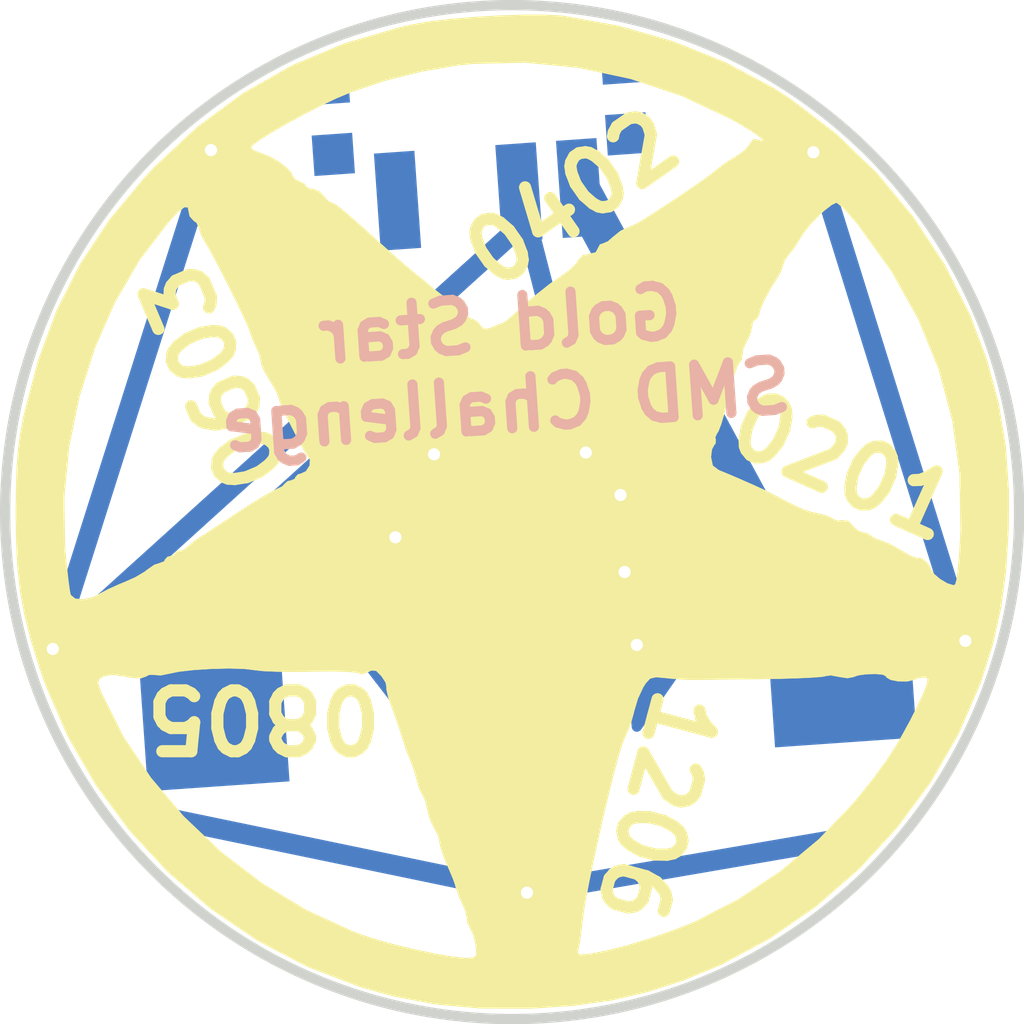
<source format=kicad_pcb>
(kicad_pcb (version 20171130) (host pcbnew "(5.1.2)-1")

  (general
    (thickness 1.6)
    (drawings 12)
    (tracks 62)
    (zones 0)
    (modules 16)
    (nets 14)
  )

  (page A4)
  (layers
    (0 F.Cu signal)
    (31 B.Cu signal)
    (32 B.Adhes user)
    (33 F.Adhes user)
    (34 B.Paste user)
    (35 F.Paste user)
    (36 B.SilkS user)
    (37 F.SilkS user)
    (38 B.Mask user)
    (39 F.Mask user)
    (40 Dwgs.User user)
    (41 Cmts.User user)
    (42 Eco1.User user)
    (43 Eco2.User user)
    (44 Edge.Cuts user)
    (45 Margin user)
    (46 B.CrtYd user)
    (47 F.CrtYd user)
    (48 B.Fab user)
    (49 F.Fab user)
  )

  (setup
    (last_trace_width 0.25)
    (user_trace_width 0.5)
    (trace_clearance 0.2)
    (zone_clearance 0.508)
    (zone_45_only no)
    (trace_min 0.2)
    (via_size 0.8)
    (via_drill 0.4)
    (via_min_size 0.4)
    (via_min_drill 0.3)
    (user_via 0.4 0.3)
    (uvia_size 0.3)
    (uvia_drill 0.1)
    (uvias_allowed no)
    (uvia_min_size 0.2)
    (uvia_min_drill 0.1)
    (edge_width 0.05)
    (segment_width 0.2)
    (pcb_text_width 0.3)
    (pcb_text_size 1.5 1.5)
    (mod_edge_width 0.12)
    (mod_text_size 1 1)
    (mod_text_width 0.15)
    (pad_size 3.5 3.5)
    (pad_drill 0)
    (pad_to_mask_clearance 0.051)
    (solder_mask_min_width 0.25)
    (aux_axis_origin 0 0)
    (visible_elements 7FFFFF7F)
    (pcbplotparams
      (layerselection 0x010fc_ffffffff)
      (usegerberextensions false)
      (usegerberattributes false)
      (usegerberadvancedattributes false)
      (creategerberjobfile false)
      (excludeedgelayer true)
      (linewidth 0.100000)
      (plotframeref false)
      (viasonmask false)
      (mode 1)
      (useauxorigin false)
      (hpglpennumber 1)
      (hpglpenspeed 20)
      (hpglpendiameter 15.000000)
      (psnegative false)
      (psa4output false)
      (plotreference true)
      (plotvalue true)
      (plotinvisibletext false)
      (padsonsilk false)
      (subtractmaskfromsilk false)
      (outputformat 1)
      (mirror false)
      (drillshape 0)
      (scaleselection 1)
      (outputdirectory "gerber/"))
  )

  (net 0 "")
  (net 1 GND)
  (net 2 +3V0)
  (net 3 "Net-(U1-Pad6)")
  (net 4 "Net-(LED201-Pad1)")
  (net 5 "Net-(LED402-Pad1)")
  (net 6 "Net-(LED603-Pad1)")
  (net 7 "Net-(LED805-Pad1)")
  (net 8 "Net-(LED1206-Pad1)")
  (net 9 /V+)
  (net 10 /PB0)
  (net 11 /PB1)
  (net 12 /PB2)
  (net 13 "Net-(POW1-Pad1)")

  (net_class Default "This is the default net class."
    (clearance 0.2)
    (trace_width 0.25)
    (via_dia 0.8)
    (via_drill 0.4)
    (uvia_dia 0.3)
    (uvia_drill 0.1)
    (add_net +3V0)
    (add_net /PB0)
    (add_net /PB1)
    (add_net /PB2)
    (add_net /V+)
    (add_net GND)
    (add_net "Net-(LED1206-Pad1)")
    (add_net "Net-(LED201-Pad1)")
    (add_net "Net-(LED402-Pad1)")
    (add_net "Net-(LED603-Pad1)")
    (add_net "Net-(LED805-Pad1)")
    (add_net "Net-(POW1-Pad1)")
    (add_net "Net-(U1-Pad6)")
  )

  (module "BBS Components:C_0402_HandSoldering" (layer F.Cu) (tedit 5D61BA0D) (tstamp 5D61B86B)
    (at 81 67.8 182)
    (descr "Capacitor SMD 0402, reflow soldering, AVX (see smccp.pdf)")
    (tags "capacitor 0402")
    (path /5D6635E5)
    (attr smd)
    (fp_text reference C1 (at 0 -1.27 2) (layer F.SilkS)
      (effects (font (size 1 1) (thickness 0.15)))
    )
    (fp_text value C (at 0 1.27 2) (layer F.Fab)
      (effects (font (size 1 1) (thickness 0.15)))
    )
    (fp_text user %R (at 0 -1.27 2) (layer F.Fab)
      (effects (font (size 1 1) (thickness 0.15)))
    )
    (fp_line (start -0.5 0.25) (end -0.5 -0.25) (layer F.Fab) (width 0.1))
    (fp_line (start 0.5 0.25) (end -0.5 0.25) (layer F.Fab) (width 0.1))
    (fp_line (start 0.5 -0.25) (end 0.5 0.25) (layer F.Fab) (width 0.1))
    (fp_line (start -0.5 -0.25) (end 0.5 -0.25) (layer F.Fab) (width 0.1))
    (fp_line (start -1.5 -0.4) (end 1.5 -0.4) (layer F.CrtYd) (width 0.05))
    (fp_line (start -1.5 -0.4) (end -1.5 0.4) (layer F.CrtYd) (width 0.05))
    (fp_line (start 1.5 0.4) (end 1.5 -0.4) (layer F.CrtYd) (width 0.05))
    (fp_line (start 1.5 0.4) (end -1.5 0.4) (layer F.CrtYd) (width 0.05))
    (pad 1 smd rect (at -0.8 0 182) (size 1.2 0.5) (layers F.Cu F.Paste F.Mask)
      (net 9 /V+))
    (pad 2 smd rect (at 0.8 0 182) (size 1.2 0.5) (layers F.Cu F.Paste F.Mask)
      (net 1 GND))
    (model Capacitors_SMD.3dshapes/C_0402.wrl
      (at (xyz 0 0 0))
      (scale (xyz 1 1 1))
      (rotate (xyz 0 0 0))
    )
  )

  (module TO_SOT_Packages_SMD:SOT-23-6_Handsoldering (layer F.Cu) (tedit 58CE4E7E) (tstamp 5D602061)
    (at 81.1 70.2 2)
    (descr "6-pin SOT-23 package, Handsoldering")
    (tags "SOT-23-6 Handsoldering")
    (path /5D602555)
    (attr smd)
    (fp_text reference U1 (at 0 -2.9 2) (layer F.SilkS)
      (effects (font (size 1 1) (thickness 0.15)))
    )
    (fp_text value ATtiny10-TS (at 0 2.9 2) (layer F.Fab)
      (effects (font (size 1 1) (thickness 0.15)))
    )
    (fp_text user %R (at 0 0 92) (layer F.Fab)
      (effects (font (size 0.5 0.5) (thickness 0.075)))
    )
    (fp_line (start -0.9 1.61) (end 0.9 1.61) (layer F.SilkS) (width 0.12))
    (fp_line (start 0.9 -1.61) (end -2.05 -1.61) (layer F.SilkS) (width 0.12))
    (fp_line (start -2.4 1.8) (end -2.4 -1.8) (layer F.CrtYd) (width 0.05))
    (fp_line (start 2.4 1.8) (end -2.4 1.8) (layer F.CrtYd) (width 0.05))
    (fp_line (start 2.4 -1.8) (end 2.4 1.8) (layer F.CrtYd) (width 0.05))
    (fp_line (start -2.4 -1.8) (end 2.4 -1.8) (layer F.CrtYd) (width 0.05))
    (fp_line (start -0.9 -0.9) (end -0.25 -1.55) (layer F.Fab) (width 0.1))
    (fp_line (start 0.9 -1.55) (end -0.25 -1.55) (layer F.Fab) (width 0.1))
    (fp_line (start -0.9 -0.9) (end -0.9 1.55) (layer F.Fab) (width 0.1))
    (fp_line (start 0.9 1.55) (end -0.9 1.55) (layer F.Fab) (width 0.1))
    (fp_line (start 0.9 -1.55) (end 0.9 1.55) (layer F.Fab) (width 0.1))
    (pad 1 smd rect (at -1.35 -0.95 2) (size 1.56 0.65) (layers F.Cu F.Paste F.Mask)
      (net 10 /PB0))
    (pad 2 smd rect (at -1.35 0 2) (size 1.56 0.65) (layers F.Cu F.Paste F.Mask)
      (net 1 GND))
    (pad 3 smd rect (at -1.35 0.95 2) (size 1.56 0.65) (layers F.Cu F.Paste F.Mask)
      (net 11 /PB1))
    (pad 4 smd rect (at 1.35 0.95 2) (size 1.56 0.65) (layers F.Cu F.Paste F.Mask)
      (net 12 /PB2))
    (pad 6 smd rect (at 1.35 -0.95 2) (size 1.56 0.65) (layers F.Cu F.Paste F.Mask)
      (net 3 "Net-(U1-Pad6)"))
    (pad 5 smd rect (at 1.35 0 2) (size 1.56 0.65) (layers F.Cu F.Paste F.Mask)
      (net 9 /V+))
    (model ${KISYS3DMOD}/TO_SOT_Packages_SMD.3dshapes/SOT-23-6.wrl
      (at (xyz 0 0 0))
      (scale (xyz 1 1 1))
      (rotate (xyz 0 0 0))
    )
  )

  (module "BBS Components:Pin_Back_Clasp_0_75in_20mm_Courtyard" (layer B.Cu) (tedit 5D5F65D0) (tstamp 5D5FA016)
    (at 80.9 66 4)
    (fp_text reference REF** (at 0 3.5 4) (layer B.SilkS) hide
      (effects (font (size 1 1) (thickness 0.15)) (justify mirror))
    )
    (fp_text value Pin_Back_Clasp_0_75in_20mm_Courtyard (at 0 -3.5 4) (layer B.Fab) hide
      (effects (font (size 1 1) (thickness 0.15)) (justify mirror))
    )
    (fp_line (start -10 -2.5) (end -10 2.5) (layer B.CrtYd) (width 0.12))
    (fp_line (start 10 -2.5) (end -10 -2.5) (layer B.CrtYd) (width 0.12))
    (fp_line (start 10 2.5) (end 10 -2.5) (layer B.CrtYd) (width 0.12))
    (fp_line (start -10 2.5) (end 10 2.5) (layer B.CrtYd) (width 0.12))
  )

  (module "BBS Components:R_1206_HandSoldering" (layer F.Cu) (tedit 5D5F5D9E) (tstamp 5D5ECCC0)
    (at 81.148903 74.412819 178.7)
    (descr "Resistor SMD 1206, hand soldering")
    (tags "resistor 1206")
    (path /5D530DE8)
    (attr smd)
    (fp_text reference R1206 (at 0 -1.85 358.7) (layer F.SilkS) hide
      (effects (font (size 1 1) (thickness 0.15)))
    )
    (fp_text value R_Small (at 0 1.9 358.7) (layer F.Fab)
      (effects (font (size 1 1) (thickness 0.15)))
    )
    (fp_line (start 2.7 1.1) (end -2.7 1.1) (layer F.CrtYd) (width 0.05))
    (fp_line (start 2.7 1.11) (end 2.7 -1.1) (layer F.CrtYd) (width 0.05))
    (fp_line (start -2.7 -1.11) (end -2.7 1.1) (layer F.CrtYd) (width 0.05))
    (fp_line (start -2.7 -1.11) (end 2.7 -1.11) (layer F.CrtYd) (width 0.05))
    (fp_line (start -1.6 -0.8) (end 1.6 -0.8) (layer F.Fab) (width 0.1))
    (fp_line (start 1.6 -0.8) (end 1.6 0.8) (layer F.Fab) (width 0.1))
    (fp_line (start 1.6 0.8) (end -1.6 0.8) (layer F.Fab) (width 0.1))
    (fp_line (start -1.6 0.8) (end -1.6 -0.8) (layer F.Fab) (width 0.1))
    (fp_text user %R (at 0 0 358.7) (layer F.Fab)
      (effects (font (size 0.7 0.7) (thickness 0.105)))
    )
    (pad 2 smd rect (at 1.8 0 178.7) (size 1.7 1.7) (layers F.Cu F.Paste F.Mask)
      (net 12 /PB2))
    (pad 1 smd rect (at -1.8 0 178.7) (size 1.7 1.7) (layers F.Cu F.Paste F.Mask)
      (net 8 "Net-(LED1206-Pad1)"))
    (model ${KISYS3DMOD}/Resistors_SMD.3dshapes/R_1206.wrl
      (at (xyz 0 0 0))
      (scale (xyz 1 1 1))
      (rotate (xyz 0 0 0))
    )
  )

  (module "BBS Components:LED_1206_HandSoldering" (layer F.Cu) (tedit 5D5F567F) (tstamp 5D5ECC99)
    (at 81.4 78.952398 273)
    (descr "LED SMD 1206 (3216 Metric), square (rectangular) end terminal, IPC_7351 nominal, (Body size source: http://www.tortai-tech.com/upload/download/2011102023233369053.pdf), generated with kicad-footprint-generator")
    (tags "LED handsolder")
    (path /5D521C17)
    (attr smd)
    (fp_text reference LED1206 (at 0 -1.82 93) (layer F.SilkS) hide
      (effects (font (size 1 1) (thickness 0.15)))
    )
    (fp_text value LED (at 0 1.82 93) (layer F.Fab)
      (effects (font (size 1 1) (thickness 0.15)))
    )
    (fp_line (start 1.6 -0.8) (end -1.2 -0.8) (layer F.Fab) (width 0.1))
    (fp_line (start -1.2 -0.8) (end -1.6 -0.4) (layer F.Fab) (width 0.1))
    (fp_line (start -1.6 -0.4) (end -1.6 0.8) (layer F.Fab) (width 0.1))
    (fp_line (start -1.6 0.8) (end 1.6 0.8) (layer F.Fab) (width 0.1))
    (fp_line (start 1.6 0.8) (end 1.6 -0.8) (layer F.Fab) (width 0.1))
    (fp_line (start -2.75 1.12) (end -2.75 -1.12) (layer F.CrtYd) (width 0.05))
    (fp_line (start -2.75 -1.12) (end 2.75 -1.12) (layer F.CrtYd) (width 0.05))
    (fp_line (start 2.75 -1.12) (end 2.75 1.12) (layer F.CrtYd) (width 0.05))
    (fp_line (start 2.75 1.12) (end -2.75 1.12) (layer F.CrtYd) (width 0.05))
    (fp_text user %R (at 0 0 93) (layer F.Fab)
      (effects (font (size 0.8 0.8) (thickness 0.12)))
    )
    (pad 1 smd rect (at -1.75 0 273) (size 1.75 1.75) (layers F.Cu F.Paste F.Mask)
      (net 8 "Net-(LED1206-Pad1)"))
    (pad 2 smd rect (at 1.75 0 273) (size 1.75 1.75) (layers F.Cu F.Paste F.Mask)
      (net 9 /V+))
    (model ${KISYS3DMOD}/LED_SMD.3dshapes/LED_1206_3216Metric.wrl
      (at (xyz 0 0 0))
      (scale (xyz 1 1 1))
      (rotate (xyz 0 0 0))
    )
  )

  (module "BBS Components:LED_0805_HandSoldering" (layer F.Cu) (tedit 5D5F56E9) (tstamp 5D5ECC86)
    (at 72.3 72.3 195)
    (descr "LED SMD 0805 (2012 Metric), square (rectangular) end terminal, IPC_7351 nominal, (Body size source: https://docs.google.com/spreadsheets/d/1BsfQQcO9C6DZCsRaXUlFlo91Tg2WpOkGARC1WS5S8t0/edit?usp=sharing), generated with kicad-footprint-generator")
    (tags "LED handsolder")
    (path /5D5EF5D3)
    (attr smd)
    (fp_text reference LED805 (at 0.000001 -1.65 15) (layer F.SilkS) hide
      (effects (font (size 1 1) (thickness 0.15)))
    )
    (fp_text value LED (at 0 1.65 15) (layer F.Fab)
      (effects (font (size 1 1) (thickness 0.15)))
    )
    (fp_line (start 1 -0.6) (end -0.7 -0.6) (layer F.Fab) (width 0.1))
    (fp_line (start -0.7 -0.6) (end -1 -0.3) (layer F.Fab) (width 0.1))
    (fp_line (start -1 -0.3) (end -1 0.6) (layer F.Fab) (width 0.1))
    (fp_line (start -1 0.6) (end 1 0.6) (layer F.Fab) (width 0.1))
    (fp_line (start 1 0.6) (end 1 -0.6) (layer F.Fab) (width 0.1))
    (fp_line (start -2.25 0.95) (end -2.25 -0.95) (layer F.CrtYd) (width 0.05))
    (fp_line (start -2.25 -0.95) (end 2.25 -0.95) (layer F.CrtYd) (width 0.05))
    (fp_line (start 2.25 -0.95) (end 2.25 0.95) (layer F.CrtYd) (width 0.05))
    (fp_line (start 2.25 0.95) (end -2.25 0.95) (layer F.CrtYd) (width 0.05))
    (fp_text user %R (at 0 0 15) (layer F.Fab)
      (effects (font (size 0.5 0.5) (thickness 0.08)))
    )
    (pad 1 smd rect (at -1.25 0 195) (size 1.75 1.4) (layers F.Cu F.Paste F.Mask)
      (net 7 "Net-(LED805-Pad1)"))
    (pad 2 smd rect (at 1.25 0 195) (size 1.75 1.4) (layers F.Cu F.Paste F.Mask)
      (net 9 /V+))
    (model ${KISYS3DMOD}/LED_SMD.3dshapes/LED_0805_2012Metric.wrl
      (at (xyz 0 0 0))
      (scale (xyz 1 1 1))
      (rotate (xyz 0 0 0))
    )
  )

  (module "BBS Components:LED_0603_HandSoldering" (layer F.Cu) (tedit 5D5F573A) (tstamp 5D5ECC73)
    (at 75.2 62.6 127)
    (descr "LED SMD 0603 (1608 Metric), square (rectangular) end terminal, IPC_7351 nominal, (Body size source: http://www.tortai-tech.com/upload/download/2011102023233369053.pdf), generated with kicad-footprint-generator")
    (tags "LED handsolder")
    (path /5D5F036D)
    (attr smd)
    (fp_text reference LED603 (at 0.000001 -1.43 127) (layer F.SilkS) hide
      (effects (font (size 1 1) (thickness 0.15)))
    )
    (fp_text value LED (at 0 1.43 127) (layer F.Fab)
      (effects (font (size 1 1) (thickness 0.15)))
    )
    (fp_line (start 0.8 -0.4) (end -0.5 -0.4) (layer F.Fab) (width 0.1))
    (fp_line (start -0.5 -0.4) (end -0.8 -0.1) (layer F.Fab) (width 0.1))
    (fp_line (start -0.8 -0.1) (end -0.8 0.4) (layer F.Fab) (width 0.1))
    (fp_line (start -0.8 0.4) (end 0.8 0.4) (layer F.Fab) (width 0.1))
    (fp_line (start 0.8 0.4) (end 0.8 -0.4) (layer F.Fab) (width 0.1))
    (fp_line (start -1.65 0.73) (end -1.65 -0.73) (layer F.CrtYd) (width 0.05))
    (fp_line (start -1.65 -0.73) (end 1.65 -0.73) (layer F.CrtYd) (width 0.05))
    (fp_line (start 1.65 -0.73) (end 1.65 0.73) (layer F.CrtYd) (width 0.05))
    (fp_line (start 1.65 0.73) (end -1.65 0.73) (layer F.CrtYd) (width 0.05))
    (fp_text user %R (at 0 0 127) (layer F.Fab)
      (effects (font (size 0.4 0.4) (thickness 0.06)))
    )
    (pad 1 smd rect (at -1 0 127) (size 1.25 0.95) (layers F.Cu F.Paste F.Mask)
      (net 6 "Net-(LED603-Pad1)"))
    (pad 2 smd rect (at 1 0 127) (size 1.25 0.95) (layers F.Cu F.Paste F.Mask)
      (net 9 /V+))
    (model ${KISYS3DMOD}/LED_SMD.3dshapes/LED_0603_1608Metric.wrl
      (at (xyz 0 0 0))
      (scale (xyz 1 1 1))
      (rotate (xyz 0 0 0))
    )
  )

  (module "BBS Components:LED_0402_HandSoldering" (layer F.Cu) (tedit 5D5F5856) (tstamp 5D5ECC60)
    (at 86.9 62.5 48)
    (descr "LED SMD 0402 (1005 Metric), square (rectangular) end terminal, IPC_7351 nominal, (Body size source: http://www.tortai-tech.com/upload/download/2011102023233369053.pdf), generated with kicad-footprint-generator")
    (tags LED)
    (path /5D5F0DC0)
    (attr smd)
    (fp_text reference LED402 (at 0 -1.17 48) (layer F.SilkS) hide
      (effects (font (size 1 1) (thickness 0.15)))
    )
    (fp_text value LED (at 0 1.17 48) (layer F.Fab)
      (effects (font (size 1 1) (thickness 0.15)))
    )
    (fp_line (start -0.5 0.25) (end -0.5 -0.25) (layer F.Fab) (width 0.1))
    (fp_line (start -0.5 -0.25) (end 0.5 -0.25) (layer F.Fab) (width 0.1))
    (fp_line (start 0.5 -0.25) (end 0.5 0.25) (layer F.Fab) (width 0.1))
    (fp_line (start 0.5 0.25) (end -0.5 0.25) (layer F.Fab) (width 0.1))
    (fp_line (start -0.4 0.25) (end -0.4 -0.25) (layer F.Fab) (width 0.1))
    (fp_line (start -0.3 0.25) (end -0.3 -0.25) (layer F.Fab) (width 0.1))
    (fp_line (start -1.4 0.47) (end -1.4 -0.47) (layer F.CrtYd) (width 0.05))
    (fp_line (start -1.4 -0.47) (end 1.4 -0.47) (layer F.CrtYd) (width 0.05))
    (fp_line (start 1.4 -0.47) (end 1.4 0.47) (layer F.CrtYd) (width 0.05))
    (fp_line (start 1.4 0.47) (end -1.4 0.47) (layer F.CrtYd) (width 0.05))
    (fp_text user %R (at 0 0 48) (layer F.Fab)
      (effects (font (size 0.25 0.25) (thickness 0.04)))
    )
    (pad 1 smd rect (at -0.8 0 48) (size 1.1 0.64) (layers F.Cu F.Paste F.Mask)
      (net 5 "Net-(LED402-Pad1)"))
    (pad 2 smd rect (at 0.8 0 48) (size 1.1 0.64) (layers F.Cu F.Paste F.Mask)
      (net 9 /V+))
    (model ${KISYS3DMOD}/LED_SMD.3dshapes/LED_0402_1005Metric.wrl
      (at (xyz 0 0 0))
      (scale (xyz 1 1 1))
      (rotate (xyz 0 0 0))
    )
  )

  (module "BBS Components:LED_0201_HandSoldering" (layer F.Cu) (tedit 5D5F57FA) (tstamp 5D5ECC4D)
    (at 89.9 72.1 343)
    (descr "LED SMD 0201 (0603 Metric), square (rectangular) end terminal, IPC_7351 nominal, (Body size source: https://www.vishay.com/docs/20052/crcw0201e3.pdf), generated with kicad-footprint-generator")
    (tags LED)
    (path /5D5F1F74)
    (attr smd)
    (fp_text reference LED201 (at 0 -1.05 163) (layer F.SilkS) hide
      (effects (font (size 1 1) (thickness 0.15)))
    )
    (fp_text value LED (at 0 1.05 163) (layer F.Fab)
      (effects (font (size 1 1) (thickness 0.15)))
    )
    (fp_line (start -0.3 0.15) (end -0.3 -0.15) (layer F.Fab) (width 0.1))
    (fp_line (start -0.3 -0.15) (end 0.3 -0.15) (layer F.Fab) (width 0.1))
    (fp_line (start 0.3 -0.15) (end 0.3 0.15) (layer F.Fab) (width 0.1))
    (fp_line (start 0.3 0.15) (end -0.3 0.15) (layer F.Fab) (width 0.1))
    (fp_line (start -0.2 0.15) (end -0.2 -0.15) (layer F.Fab) (width 0.1))
    (fp_line (start -0.1 0.15) (end -0.1 -0.15) (layer F.Fab) (width 0.1))
    (fp_line (start -1.2 0.35) (end -1.2 -0.35) (layer F.CrtYd) (width 0.05))
    (fp_line (start -1.2 -0.35) (end 1.2 -0.35) (layer F.CrtYd) (width 0.05))
    (fp_line (start 1.2 -0.35) (end 1.2 0.35) (layer F.CrtYd) (width 0.05))
    (fp_line (start 1.2 0.35) (end -1.2 0.35) (layer F.CrtYd) (width 0.05))
    (fp_text user %R (at 0 -0.68 163) (layer F.Fab)
      (effects (font (size 0.25 0.25) (thickness 0.04)))
    )
    (pad 1 smd rect (at -0.6 0 343) (size 1 0.4) (layers F.Cu F.Mask)
      (net 4 "Net-(LED201-Pad1)"))
    (pad 2 smd rect (at 0.6 0 343) (size 1 0.4) (layers F.Cu F.Mask)
      (net 9 /V+))
    (model ${KISYS3DMOD}/LED_SMD.3dshapes/LED_0201_0603Metric.wrl
      (at (xyz 0 0 0))
      (scale (xyz 1 1 1))
      (rotate (xyz 0 0 0))
    )
  )

  (module Resistors_SMD:R_0805_HandSoldering (layer F.Cu) (tedit 58E0A804) (tstamp 5D5ECCBD)
    (at 76.4 71.2 108)
    (descr "Resistor SMD 0805, hand soldering")
    (tags "resistor 0805")
    (path /5D5EF5DA)
    (attr smd)
    (fp_text reference R805 (at 0 -1.7 108) (layer F.SilkS) hide
      (effects (font (size 1 1) (thickness 0.15)))
    )
    (fp_text value R_Small (at 0 1.75 108) (layer F.Fab)
      (effects (font (size 1 1) (thickness 0.15)))
    )
    (fp_line (start 2.35 0.9) (end -2.35 0.9) (layer F.CrtYd) (width 0.05))
    (fp_line (start 2.35 0.9) (end 2.35 -0.9) (layer F.CrtYd) (width 0.05))
    (fp_line (start -2.35 -0.9) (end -2.35 0.9) (layer F.CrtYd) (width 0.05))
    (fp_line (start -2.35 -0.9) (end 2.35 -0.9) (layer F.CrtYd) (width 0.05))
    (fp_line (start -0.6 -0.88) (end 0.6 -0.88) (layer F.SilkS) (width 0.12))
    (fp_line (start 0.6 0.88) (end -0.6 0.88) (layer F.SilkS) (width 0.12))
    (fp_line (start -1 -0.62) (end 1 -0.62) (layer F.Fab) (width 0.1))
    (fp_line (start 1 -0.62) (end 1 0.62) (layer F.Fab) (width 0.1))
    (fp_line (start 1 0.62) (end -1 0.62) (layer F.Fab) (width 0.1))
    (fp_line (start -1 0.62) (end -1 -0.62) (layer F.Fab) (width 0.1))
    (fp_text user %R (at 0 0 108) (layer F.Fab)
      (effects (font (size 0.5 0.5) (thickness 0.075)))
    )
    (pad 2 smd rect (at 1.35 0 108) (size 1.5 1.3) (layers F.Cu F.Paste F.Mask)
      (net 11 /PB1))
    (pad 1 smd rect (at -1.35 0 108) (size 1.5 1.3) (layers F.Cu F.Paste F.Mask)
      (net 7 "Net-(LED805-Pad1)"))
    (model ${KISYS3DMOD}/Resistors_SMD.3dshapes/R_0805.wrl
      (at (xyz 0 0 0))
      (scale (xyz 1 1 1))
      (rotate (xyz 0 0 0))
    )
  )

  (module Resistors_SMD:R_0603_HandSoldering (layer F.Cu) (tedit 58E0A804) (tstamp 5D5ECCBA)
    (at 78.1 66.4 38)
    (descr "Resistor SMD 0603, hand soldering")
    (tags "resistor 0603")
    (path /5D5F0374)
    (attr smd)
    (fp_text reference R603 (at 0 -1.45 38) (layer F.SilkS) hide
      (effects (font (size 1 1) (thickness 0.15)))
    )
    (fp_text value R_Small (at 0 1.55 38) (layer F.Fab)
      (effects (font (size 1 1) (thickness 0.15)))
    )
    (fp_text user %R (at 0 0 38) (layer F.Fab)
      (effects (font (size 0.4 0.4) (thickness 0.075)))
    )
    (fp_line (start -0.8 0.4) (end -0.8 -0.4) (layer F.Fab) (width 0.1))
    (fp_line (start 0.8 0.4) (end -0.8 0.4) (layer F.Fab) (width 0.1))
    (fp_line (start 0.8 -0.4) (end 0.8 0.4) (layer F.Fab) (width 0.1))
    (fp_line (start -0.8 -0.4) (end 0.8 -0.4) (layer F.Fab) (width 0.1))
    (fp_line (start 0.5 0.68) (end -0.5 0.68) (layer F.SilkS) (width 0.12))
    (fp_line (start -0.5 -0.68) (end 0.5 -0.68) (layer F.SilkS) (width 0.12))
    (fp_line (start -1.96 -0.7) (end 1.95 -0.7) (layer F.CrtYd) (width 0.05))
    (fp_line (start -1.96 -0.7) (end -1.96 0.7) (layer F.CrtYd) (width 0.05))
    (fp_line (start 1.95 0.7) (end 1.95 -0.7) (layer F.CrtYd) (width 0.05))
    (fp_line (start 1.95 0.7) (end -1.96 0.7) (layer F.CrtYd) (width 0.05))
    (pad 1 smd rect (at -1.1 0 38) (size 1.2 0.9) (layers F.Cu F.Paste F.Mask)
      (net 6 "Net-(LED603-Pad1)"))
    (pad 2 smd rect (at 1.1 0 38) (size 1.2 0.9) (layers F.Cu F.Paste F.Mask)
      (net 10 /PB0))
    (model ${KISYS3DMOD}/Resistors_SMD.3dshapes/R_0603.wrl
      (at (xyz 0 0 0))
      (scale (xyz 1 1 1))
      (rotate (xyz 0 0 0))
    )
  )

  (module "BBS Components:R_0402_HandSoldering" (layer F.Cu) (tedit 5D5F53F3) (tstamp 5D5ECCB7)
    (at 83.3 66.5 327)
    (descr "Resistor SMD 0402, reflow soldering, Vishay (see dcrcw.pdf)")
    (tags "resistor 0402")
    (path /5D5F0DC7)
    (attr smd)
    (fp_text reference R402 (at 0 -1.2 147) (layer F.SilkS)
      (effects (font (size 1 1) (thickness 0.15)))
    )
    (fp_text value R_Small (at 0 1.25 147) (layer F.Fab)
      (effects (font (size 1 1) (thickness 0.15)))
    )
    (fp_text user %R (at 0 -1.2 147) (layer F.Fab)
      (effects (font (size 1 1) (thickness 0.15)))
    )
    (fp_line (start -0.5 0.25) (end -0.5 -0.25) (layer F.Fab) (width 0.1))
    (fp_line (start 0.5 0.25) (end -0.5 0.25) (layer F.Fab) (width 0.1))
    (fp_line (start 0.5 -0.25) (end 0.5 0.25) (layer F.Fab) (width 0.1))
    (fp_line (start -0.5 -0.25) (end 0.5 -0.25) (layer F.Fab) (width 0.1))
    (fp_line (start -1.75 -0.45) (end 1.75 -0.45) (layer F.CrtYd) (width 0.05))
    (fp_line (start -1.75 -0.45) (end -1.75 0.45) (layer F.CrtYd) (width 0.05))
    (fp_line (start 1.75 0.45) (end 1.75 -0.45) (layer F.CrtYd) (width 0.05))
    (fp_line (start 1.75 0.45) (end -1.75 0.45) (layer F.CrtYd) (width 0.05))
    (pad 1 smd rect (at -1 0 327) (size 1.4 0.6) (layers F.Cu F.Paste F.Mask)
      (net 5 "Net-(LED402-Pad1)"))
    (pad 2 smd rect (at 1 0 327) (size 1.4 0.6) (layers F.Cu F.Paste F.Mask)
      (net 10 /PB0))
    (model ${KISYS3DMOD}/Resistors_SMD.3dshapes/R_0402.wrl
      (at (xyz 0 0 0))
      (scale (xyz 1 1 1))
      (rotate (xyz 0 0 0))
    )
  )

  (module "BBS Components:R_0201_HandSoldering" (layer F.Cu) (tedit 5D5F5389) (tstamp 5D5ECCB4)
    (at 85.4 71.2 255)
    (descr "Resistor SMD 0201, reflow soldering, Vishay (see crcw0201e3.pdf)")
    (tags "resistor 0201")
    (path /5D5F1F7B)
    (attr smd)
    (fp_text reference R201 (at 0 -1.25 75) (layer F.SilkS)
      (effects (font (size 1 1) (thickness 0.15)))
    )
    (fp_text value R_Small (at 0 1.3 75) (layer F.Fab)
      (effects (font (size 1 1) (thickness 0.15)))
    )
    (fp_line (start 1.5 0.36) (end -1.5 0.36) (layer F.CrtYd) (width 0.05))
    (fp_line (start 1.5 0.36) (end 1.5 -0.37) (layer F.CrtYd) (width 0.05))
    (fp_line (start -1.5 -0.37) (end -1.5 0.36) (layer F.CrtYd) (width 0.05))
    (fp_line (start -1.5 -0.37) (end 1.5 -0.37) (layer F.CrtYd) (width 0.05))
    (fp_line (start -0.3 -0.15) (end 0.3 -0.15) (layer F.Fab) (width 0.1))
    (fp_line (start 0.3 -0.15) (end 0.3 0.15) (layer F.Fab) (width 0.1))
    (fp_line (start 0.3 0.15) (end -0.3 0.15) (layer F.Fab) (width 0.1))
    (fp_line (start -0.3 0.15) (end -0.3 -0.15) (layer F.Fab) (width 0.1))
    (fp_text user %R (at 0 -1.25 75) (layer F.Fab)
      (effects (font (size 1 1) (thickness 0.15)))
    )
    (pad 2 smd rect (at 0.75 0 255) (size 1.25 0.43) (layers F.Cu F.Paste F.Mask)
      (net 11 /PB1))
    (pad 1 smd rect (at -0.75 0 255) (size 1.25 0.43) (layers F.Cu F.Paste F.Mask)
      (net 4 "Net-(LED201-Pad1)"))
    (model ${KISYS3DMOD}/Resistors_SMD.3dshapes/R_0201.wrl
      (at (xyz 0 0 0))
      (scale (xyz 1 1 1))
      (rotate (xyz 0 0 0))
    )
  )

  (module "BBS Components:star4-outline" (layer F.Cu) (tedit 0) (tstamp 5D5EFE6A)
    (at 81.2 69.7 180)
    (fp_text reference G*** (at 0 0) (layer F.SilkS) hide
      (effects (font (size 1.524 1.524) (thickness 0.3)))
    )
    (fp_text value LOGO (at 0.75 0) (layer F.SilkS) hide
      (effects (font (size 1.524 1.524) (thickness 0.3)))
    )
    (fp_poly (pts (xy 0.851504 -12.16169) (xy 1.947739 -12.062954) (xy 3.000461 -11.862855) (xy 3.809189 -11.636906)
      (xy 5.11773 -11.136144) (xy 6.352812 -10.489029) (xy 7.503244 -9.706678) (xy 8.557838 -8.800206)
      (xy 9.505402 -7.78073) (xy 10.334746 -6.659365) (xy 11.034681 -5.447227) (xy 11.594015 -4.155433)
      (xy 11.726982 -3.771602) (xy 11.942691 -3.073202) (xy 12.100575 -2.453068) (xy 12.208425 -1.859718)
      (xy 12.274031 -1.241676) (xy 12.305184 -0.54746) (xy 12.310566 0.084666) (xy 12.304662 0.702371)
      (xy 12.287763 1.195388) (xy 12.256238 1.608204) (xy 12.206458 1.985304) (xy 12.13479 2.371175)
      (xy 12.117079 2.455333) (xy 11.763536 3.810733) (xy 11.302056 5.050396) (xy 10.719832 6.198668)
      (xy 10.004058 7.279898) (xy 9.141928 8.318434) (xy 8.894474 8.582118) (xy 7.841171 9.565368)
      (xy 6.711782 10.39908) (xy 5.500277 11.086574) (xy 4.200625 11.631172) (xy 2.806795 12.036195)
      (xy 2.497666 12.104646) (xy 2.084514 12.173334) (xy 1.562825 12.233287) (xy 0.977028 12.282044)
      (xy 0.371551 12.317146) (xy -0.209177 12.336136) (xy -0.720729 12.336552) (xy -1.118674 12.315938)
      (xy -1.185334 12.308493) (xy -2.5636 12.059941) (xy -3.904484 11.674634) (xy -5.17903 11.163195)
      (xy -6.358281 10.536246) (xy -6.814376 10.24362) (xy -7.920363 9.394871) (xy -8.06318 9.256786)
      (xy -6.104504 9.256786) (xy -5.995163 9.35009) (xy -5.793864 9.487052) (xy -5.518675 9.653722)
      (xy -5.309431 9.771) (xy -4.107498 10.33506) (xy -2.845888 10.757723) (xy -1.549632 11.034086)
      (xy -0.243759 11.159247) (xy 1.046701 11.128305) (xy 1.419494 11.088806) (xy 2.310894 10.937347)
      (xy 3.205713 10.712717) (xy 4.035788 10.433413) (xy 4.407242 10.278135) (xy 4.785418 10.098435)
      (xy 5.185822 9.893642) (xy 5.579813 9.680203) (xy 5.938752 9.474564) (xy 6.233999 9.293172)
      (xy 6.436916 9.152474) (xy 6.518861 9.068917) (xy 6.519333 9.065236) (xy 6.44748 8.993695)
      (xy 6.301755 8.938415) (xy 6.065419 8.848821) (xy 5.821862 8.711103) (xy 5.620741 8.559088)
      (xy 5.511713 8.426602) (xy 5.504381 8.39524) (xy 5.432537 8.284208) (xy 5.334 8.237198)
      (xy 5.196744 8.170183) (xy 5.164666 8.118125) (xy 5.093698 8.057244) (xy 4.99605 8.043333)
      (xy 4.820661 7.976741) (xy 4.721684 7.874) (xy 4.606513 7.74097) (xy 4.530467 7.703314)
      (xy 4.478649 7.689092) (xy 4.395651 7.637981) (xy 4.263867 7.535316) (xy 4.065694 7.36643)
      (xy 3.783527 7.116659) (xy 3.399763 6.771337) (xy 3.259666 6.64463) (xy 2.966048 6.382761)
      (xy 2.688904 6.1423) (xy 2.473131 5.961961) (xy 2.413 5.91452) (xy 2.236606 5.775744)
      (xy 2.125993 5.680861) (xy 2.116666 5.671109) (xy 2.028646 5.595664) (xy 1.851875 5.459181)
      (xy 1.735666 5.372793) (xy 1.504921 5.193639) (xy 1.314425 5.029099) (xy 1.260068 4.975102)
      (xy 1.117861 4.858256) (xy 1.031442 4.826) (xy 0.918282 4.760716) (xy 0.858997 4.681708)
      (xy 0.766171 4.586221) (xy 0.620906 4.610013) (xy 0.579624 4.627915) (xy 0.405661 4.700979)
      (xy 0.3175 4.729874) (xy 0.213589 4.79174) (xy 0.099674 4.8895) (xy -0.386865 5.328964)
      (xy -0.856574 5.701961) (xy -1.131977 5.891182) (xy -1.356117 6.055469) (xy -1.512493 6.211935)
      (xy -1.553343 6.283726) (xy -1.665783 6.408122) (xy -1.812407 6.434666) (xy -1.988569 6.477475)
      (xy -2.032 6.561666) (xy -2.093022 6.674063) (xy -2.145878 6.688666) (xy -2.284463 6.746687)
      (xy -2.411044 6.855838) (xy -2.596782 7.006335) (xy -2.741667 7.075975) (xy -2.928843 7.155777)
      (xy -3.165194 7.286251) (xy -3.217334 7.318779) (xy -3.738649 7.656783) (xy -4.19812 7.962592)
      (xy -4.573746 8.221137) (xy -4.843528 8.417352) (xy -4.962827 8.514233) (xy -5.171251 8.674562)
      (xy -5.424002 8.833392) (xy -5.450539 8.847953) (xy -5.651448 8.987705) (xy -5.775214 9.132441)
      (xy -5.786199 9.160569) (xy -5.869034 9.269886) (xy -5.975055 9.256961) (xy -6.103824 9.221092)
      (xy -6.104504 9.256786) (xy -8.06318 9.256786) (xy -8.926785 8.421798) (xy -9.820151 7.342402)
      (xy -10.586971 6.174682) (xy -11.213754 4.936638) (xy -11.636906 3.809189) (xy -11.919031 2.755689)
      (xy -12.094867 1.697313) (xy -12.170842 0.583641) (xy -12.165488 -0.338667) (xy -12.163505 -0.370811)
      (xy -10.982257 -0.370811) (xy -10.958861 1.011369) (xy -10.77881 2.334702) (xy -10.440047 3.60529)
      (xy -9.940519 4.829231) (xy -9.27817 6.012625) (xy -8.450944 7.161573) (xy -8.439748 7.1755)
      (xy -8.228857 7.423162) (xy -8.048844 7.608794) (xy -7.931543 7.700269) (xy -7.915331 7.704666)
      (xy -7.803258 7.649869) (xy -7.621082 7.509144) (xy -7.485615 7.386337) (xy -7.270618 7.158006)
      (xy -7.094122 6.933068) (xy -7.034958 6.837433) (xy -6.891376 6.606131) (xy -6.759792 6.439636)
      (xy -6.642389 6.275143) (xy -6.604 6.160712) (xy -6.558339 6.014812) (xy -6.457216 5.839672)
      (xy -6.292951 5.579641) (xy -6.146071 5.303705) (xy -6.043523 5.06653) (xy -6.011334 4.935097)
      (xy -5.959218 4.834432) (xy -5.926667 4.826) (xy -5.858275 4.754959) (xy -5.842 4.653687)
      (xy -5.796344 4.455085) (xy -5.707041 4.2754) (xy -5.620319 4.091031) (xy -5.608639 3.960879)
      (xy -5.583084 3.82115) (xy -5.535114 3.767666) (xy -5.470229 3.652233) (xy -5.38627 3.411617)
      (xy -5.296519 3.086851) (xy -5.248108 2.880938) (xy -5.163216 2.530896) (xy -5.07967 2.245706)
      (xy -5.009712 2.064571) (xy -4.980078 2.022571) (xy -4.929694 1.915641) (xy -4.943534 1.877983)
      (xy -4.939448 1.76175) (xy -4.912048 1.73652) (xy -4.850243 1.621493) (xy -4.826 1.43224)
      (xy -4.839312 1.369289) (xy 5.057654 1.369289) (xy 5.082591 1.408058) (xy 5.16156 1.523776)
      (xy 5.286414 1.744639) (xy 5.435513 2.027649) (xy 5.587216 2.329807) (xy 5.719883 2.608115)
      (xy 5.811872 2.819574) (xy 5.842 2.916953) (xy 5.886402 3.038352) (xy 5.998056 3.235115)
      (xy 6.053666 3.320187) (xy 6.184106 3.540512) (xy 6.258615 3.721332) (xy 6.265333 3.764323)
      (xy 6.304229 3.951591) (xy 6.343819 4.043982) (xy 6.434637 4.238718) (xy 6.521029 4.457728)
      (xy 6.557027 4.572) (xy 6.606501 4.696181) (xy 6.71654 4.933578) (xy 6.868753 5.247608)
      (xy 7.044752 5.601687) (xy 7.226147 5.959231) (xy 7.394548 6.283656) (xy 7.531565 6.538379)
      (xy 7.61881 6.686816) (xy 7.623433 6.693488) (xy 7.7387 6.894279) (xy 7.789236 7.059361)
      (xy 7.789333 7.064227) (xy 7.85714 7.21202) (xy 7.916333 7.250715) (xy 8.023416 7.366177)
      (xy 8.043333 7.459725) (xy 8.06962 7.589726) (xy 8.156245 7.595443) (xy 8.314855 7.471452)
      (xy 8.54494 7.226168) (xy 9.256205 6.296973) (xy 9.865221 5.252553) (xy 10.364024 4.118338)
      (xy 10.744652 2.919757) (xy 10.999144 1.68224) (xy 11.119536 0.431215) (xy 11.097868 -0.807887)
      (xy 11.090056 -0.902356) (xy 11.052523 -1.294858) (xy 11.01445 -1.631679) (xy 10.980716 -1.872838)
      (xy 10.959516 -1.97169) (xy 10.843658 -2.063955) (xy 10.63477 -2.077801) (xy 10.388561 -2.015745)
      (xy 10.239888 -1.939152) (xy 10.033999 -1.82772) (xy 9.756267 -1.702886) (xy 9.636965 -1.655516)
      (xy 9.3646 -1.533298) (xy 9.135777 -1.3983) (xy 9.069005 -1.345506) (xy 8.895972 -1.225547)
      (xy 8.76654 -1.185334) (xy 8.651614 -1.140699) (xy 8.636 -1.100667) (xy 8.567423 -1.025553)
      (xy 8.509 -1.016) (xy 8.396369 -0.967641) (xy 8.382 -0.926337) (xy 8.331123 -0.873696)
      (xy 8.304159 -0.884782) (xy 8.192761 -0.869115) (xy 8.077911 -0.784483) (xy 7.897777 -0.629633)
      (xy 7.78285 -0.550872) (xy 7.653507 -0.469747) (xy 7.420476 -0.318223) (xy 7.120587 -0.120391)
      (xy 6.887265 0.034977) (xy 6.55127 0.253428) (xy 6.243546 0.442542) (xy 6.005641 0.577346)
      (xy 5.9055 0.625039) (xy 5.73944 0.708696) (xy 5.672666 0.780562) (xy 5.603833 0.839278)
      (xy 5.545666 0.846666) (xy 5.432994 0.892384) (xy 5.418666 0.931333) (xy 5.350303 1.006937)
      (xy 5.294645 1.016) (xy 5.157949 1.080072) (xy 5.065528 1.222654) (xy 5.057654 1.369289)
      (xy -4.839312 1.369289) (xy -4.871139 1.218798) (xy -5.019173 1.107698) (xy -5.222809 1.024877)
      (xy -5.512668 0.901022) (xy -5.821053 0.765682) (xy -6.080265 0.64841) (xy -6.180667 0.600679)
      (xy -6.337139 0.521447) (xy -6.559772 0.406796) (xy -6.604 0.383842) (xy -6.895951 0.234409)
      (xy -7.093614 0.143269) (xy -7.252001 0.088822) (xy -7.426127 0.049467) (xy -7.483513 0.038527)
      (xy -7.698236 -0.019043) (xy -7.830105 -0.086336) (xy -7.839728 -0.097709) (xy -7.949045 -0.140501)
      (xy -8.046887 -0.125873) (xy -8.22106 -0.147448) (xy -8.314128 -0.249429) (xy -8.453705 -0.385514)
      (xy -8.566703 -0.423334) (xy -8.716762 -0.462292) (xy -8.757204 -0.498621) (xy -8.867058 -0.573674)
      (xy -9.027087 -0.629967) (xy -9.242591 -0.714602) (xy -9.494889 -0.853572) (xy -9.550031 -0.889602)
      (xy -9.749256 -1.005355) (xy -9.892865 -1.053668) (xy -9.920794 -1.049191) (xy -10.025204 -1.067412)
      (xy -10.155092 -1.1685) (xy -10.241973 -1.294452) (xy -10.249352 -1.327453) (xy -10.31752 -1.443887)
      (xy -10.470505 -1.574596) (xy -10.650599 -1.682236) (xy -10.800091 -1.729464) (xy -10.84903 -1.715504)
      (xy -10.881993 -1.604724) (xy -10.915801 -1.356729) (xy -10.947275 -1.003588) (xy -10.973239 -0.577371)
      (xy -10.982257 -0.370811) (xy -12.163505 -0.370811) (xy -12.102036 -1.36674) (xy -11.977544 -2.290324)
      (xy -11.781575 -3.166523) (xy -11.507919 -4.038977) (xy -10.170185 -4.038977) (xy -10.124819 -3.995147)
      (xy -9.952063 -4.011294) (xy -9.832702 -4.057916) (xy -9.663825 -4.100036) (xy -9.450244 -4.098171)
      (xy -9.257173 -4.06034) (xy -9.149827 -3.994561) (xy -9.144 -3.973236) (xy -9.070528 -3.932288)
      (xy -8.89106 -3.915298) (xy -8.66702 -3.920836) (xy -8.459831 -3.947474) (xy -8.333076 -3.992107)
      (xy -8.19437 -4.018396) (xy -7.985868 -3.987108) (xy -7.979616 -3.985342) (xy -7.782671 -3.948912)
      (xy -7.664326 -3.963548) (xy -7.661651 -3.965905) (xy -7.562586 -3.98516) (xy -7.322963 -4.003606)
      (xy -6.971558 -4.019849) (xy -6.537146 -4.032495) (xy -6.152444 -4.039045) (xy -5.650125 -4.045091)
      (xy -5.186362 -4.050746) (xy -4.796461 -4.055575) (xy -4.515727 -4.05914) (xy -4.402667 -4.060657)
      (xy -4.125602 -4.052116) (xy -3.801215 -4.025629) (xy -3.715057 -4.015666) (xy -3.47076 -3.99408)
      (xy -3.327757 -4.027218) (xy -3.220252 -4.142326) (xy -3.15386 -4.248053) (xy -3.02261 -4.530215)
      (xy -2.930253 -4.840803) (xy -2.925095 -4.868334) (xy -2.840444 -5.175291) (xy -2.713097 -5.469132)
      (xy -2.700168 -5.492019) (xy -2.634969 -5.65624) (xy -2.543915 -5.957845) (xy -2.43361 -6.368024)
      (xy -2.310658 -6.857967) (xy -2.181662 -7.398864) (xy -2.053228 -7.961907) (xy -1.931959 -8.518286)
      (xy -1.82446 -9.03919) (xy -1.737333 -9.495811) (xy -1.677185 -9.859339) (xy -1.653324 -10.058752)
      (xy -1.621961 -10.3514) (xy -1.582263 -10.59751) (xy -1.560801 -10.685434) (xy -1.539319 -10.793206)
      (xy -1.592638 -10.835309) (xy -1.758674 -10.82704) (xy -1.87405 -10.811822) (xy -2.276608 -10.733586)
      (xy -2.780194 -10.602425) (xy -3.331345 -10.434743) (xy -3.876598 -10.246943) (xy -4.36249 -10.055429)
      (xy -4.418357 -10.031181) (xy -5.497235 -9.476109) (xy -6.534176 -8.786287) (xy -7.489025 -7.991737)
      (xy -8.32163 -7.12248) (xy -8.343662 -7.096323) (xy -8.792853 -6.543465) (xy -9.152717 -6.054739)
      (xy -9.457397 -5.578393) (xy -9.741034 -5.062673) (xy -9.913136 -4.717323) (xy -10.072117 -4.375897)
      (xy -10.155425 -4.157882) (xy -10.170185 -4.038977) (xy -11.507919 -4.038977) (xy -11.503694 -4.052444)
      (xy -11.469227 -4.148667) (xy -10.925558 -5.405935) (xy -10.234608 -6.598482) (xy -9.410781 -7.711906)
      (xy -8.468479 -8.731803) (xy -7.422106 -9.643768) (xy -6.286066 -10.4334) (xy -5.527307 -10.842372)
      (xy 0.959292 -10.842372) (xy 0.965098 -10.667979) (xy 0.972228 -10.610691) (xy 1.020765 -10.381721)
      (xy 1.087946 -10.225508) (xy 1.098709 -10.212758) (xy 1.174345 -10.05819) (xy 1.185333 -9.972585)
      (xy 1.2252 -9.764365) (xy 1.263819 -9.672018) (xy 1.37812 -9.419835) (xy 1.469145 -9.15788)
      (xy 1.484408 -9.097909) (xy 1.528708 -8.974355) (xy 1.62006 -8.757338) (xy 1.683286 -8.615721)
      (xy 1.787974 -8.35656) (xy 1.852603 -8.140021) (xy 1.862666 -8.066818) (xy 1.909809 -7.881429)
      (xy 1.996132 -7.721128) (xy 2.106484 -7.492273) (xy 2.162585 -7.269936) (xy 2.214912 -7.047296)
      (xy 2.287395 -6.898653) (xy 2.370784 -6.735085) (xy 2.422412 -6.549811) (xy 2.491118 -6.294115)
      (xy 2.582054 -6.055638) (xy 2.689796 -5.785013) (xy 2.781872 -5.503334) (xy 2.86097 -5.250992)
      (xy 2.971345 -4.932267) (xy 3.038558 -4.749998) (xy 3.126092 -4.492498) (xy 3.172809 -4.300301)
      (xy 3.172723 -4.229651) (xy 3.192801 -4.126918) (xy 3.295893 -3.968266) (xy 3.296939 -3.966986)
      (xy 3.430795 -3.835003) (xy 3.548528 -3.828949) (xy 3.631227 -3.871767) (xy 3.778875 -3.924886)
      (xy 3.848014 -3.901655) (xy 3.945104 -3.876286) (xy 4.178572 -3.859152) (xy 4.515606 -3.851514)
      (xy 4.923393 -3.854631) (xy 5.016106 -3.856801) (xy 5.463669 -3.862851) (xy 5.875715 -3.858184)
      (xy 6.209208 -3.84396) (xy 6.421111 -3.821341) (xy 6.434666 -3.818501) (xy 6.692557 -3.788122)
      (xy 7.062077 -3.779145) (xy 7.487199 -3.789192) (xy 7.911899 -3.815884) (xy 8.28015 -3.856844)
      (xy 8.528511 -3.907368) (xy 8.740513 -3.94972) (xy 8.885881 -3.939052) (xy 8.892053 -3.935731)
      (xy 9.025685 -3.934387) (xy 9.09588 -3.974531) (xy 9.239807 -4.025399) (xy 9.487119 -4.004539)
      (xy 9.603622 -3.980688) (xy 9.933985 -3.934769) (xy 10.151846 -3.975264) (xy 10.163362 -3.981133)
      (xy 10.26446 -4.050224) (xy 10.283939 -4.142227) (xy 10.226749 -4.31473) (xy 10.198033 -4.384432)
      (xy 9.664717 -5.453345) (xy 8.983362 -6.474519) (xy 8.172472 -7.430814) (xy 7.250554 -8.305091)
      (xy 6.236112 -9.080211) (xy 5.147653 -9.739035) (xy 4.003682 -10.264423) (xy 3.745117 -10.360857)
      (xy 3.368734 -10.480833) (xy 2.915137 -10.603557) (xy 2.430064 -10.71897) (xy 1.959255 -10.817012)
      (xy 1.54845 -10.887623) (xy 1.243387 -10.920743) (xy 1.193719 -10.922001) (xy 1.023663 -10.910411)
      (xy 0.959292 -10.842372) (xy -5.527307 -10.842372) (xy -5.074762 -11.086294) (xy -4.148667 -11.469227)
      (xy -3.258398 -11.756344) (xy -2.383865 -11.96045) (xy -1.467964 -12.09198) (xy -0.453589 -12.16137)
      (xy -0.338667 -12.165488) (xy 0.851504 -12.16169)) (layer F.SilkS) (width 0.01))
  )

  (module "BBS Components:BatteryHolder12_5mm_cell_Harwin_S8201-46R_NoSilk" (layer B.Cu) (tedit 5D853C10) (tstamp 5D51F921)
    (at 81.5 74.1 184)
    (path /5D51E8B4)
    (fp_text reference BATTERY1 (at 0 -6 4) (layer B.SilkS) hide
      (effects (font (size 1 1) (thickness 0.15)) (justify mirror))
    )
    (fp_text value Battery_Cell (at 0 -6.25 184) (layer B.Fab) hide
      (effects (font (size 1 1) (thickness 0.15)) (justify mirror))
    )
    (pad 2 smd rect (at 0 0 184) (size 4 4) (layers B.Cu B.Paste B.Mask)
      (net 1 GND))
    (pad 1 smd rect (at 7.75 0 184) (size 3.5 3.5) (layers B.Cu B.Paste B.Mask))
    (pad 1 smd rect (at -7.75 0 184) (size 3.5 3.5) (layers B.Cu B.Paste B.Mask)
      (net 2 +3V0))
  )

  (module "BBS Components:SPDT_LowProfile_SMD_Switch_PCM12SMTR_NoSilk" (layer B.Cu) (tedit 5D5F6857) (tstamp 5D520A2E)
    (at 80.3 58.3 4)
    (path /5D52009C)
    (fp_text reference POW1 (at -0.738362 5.724275 4) (layer B.SilkS) hide
      (effects (font (size 1 1) (thickness 0.15)) (justify mirror))
    )
    (fp_text value SW_SPST (at 0 -1 4) (layer B.Fab) hide
      (effects (font (size 1 1) (thickness 0.15)) (justify mirror))
    )
    (pad "" np_thru_hole circle (at 1.5 1.25 274) (size 0.9 0.9) (drill 0.9) (layers *.Cu *.Mask Dwgs.User))
    (pad "" np_thru_hole circle (at -1.5 1.25 274) (size 0.9 0.9) (drill 0.9) (layers *.Cu *.Mask Dwgs.User))
    (pad 1 smd rect (at -2.25 3.5 274) (size 2.4 1) (layers B.Cu B.Paste B.Mask)
      (net 13 "Net-(POW1-Pad1)"))
    (pad 3 smd rect (at 2.25 3.5 274) (size 2.4 1) (layers B.Cu B.Paste B.Mask)
      (net 2 +3V0))
    (pad 2 smd rect (at 0.75 3.5 274) (size 2.4 1) (layers B.Cu B.Paste B.Mask)
      (net 9 /V+))
    (pad 4 smd rect (at 3.5 2.25 274) (size 1 1) (layers B.Cu B.Paste B.Mask))
    (pad 4 smd rect (at 3.5 0.5 274) (size 1 1) (layers B.Cu B.Paste B.Mask))
    (pad 4 smd rect (at -3.75 0.5 274) (size 1 1) (layers B.Cu B.Paste B.Mask))
    (pad 4 smd rect (at -3.75 2.25 274) (size 1 1) (layers B.Cu B.Paste B.Mask))
  )

  (gr_text "Gold Star\nSMD Challenge" (at 80.9 66 4) (layer B.SilkS)
    (effects (font (size 1.25 1.25) (thickness 0.25)) (justify mirror))
  )
  (gr_text 0201 (at 89.3 68.5 336) (layer F.SilkS) (tstamp 5D5F22EC)
    (effects (font (size 1.5 1.5) (thickness 0.3)))
  )
  (gr_text 0402 (at 82.6 61.9 35) (layer F.SilkS) (tstamp 5D5F22EC)
    (effects (font (size 1.5 1.5) (thickness 0.3)))
  )
  (gr_text 0603 (at 73.8 66.3 113) (layer F.SilkS) (tstamp 5D5F22EC)
    (effects (font (size 1.5 1.5) (thickness 0.3)))
  )
  (gr_text 1206 (at 84.7 76.9 255) (layer F.SilkS) (tstamp 5D5F22EC)
    (effects (font (size 1.5 1.5) (thickness 0.3)))
  )
  (gr_text 0805 (at 75 74.7 180) (layer F.SilkS)
    (effects (font (size 1.5 1.5) (thickness 0.3)))
  )
  (gr_curve (pts (xy 68.625 69.625318) (xy 68.625 65.159498) (xy 71.007487 61.03291) (xy 74.875 58.8)) (layer Edge.Cuts) (width 0.254))
  (gr_curve (pts (xy 74.875 80.450636) (xy 71.007487 78.217726) (xy 68.625 74.091138) (xy 68.625 69.625318)) (layer Edge.Cuts) (width 0.254))
  (gr_curve (pts (xy 87.375 80.450636) (xy 83.507487 82.683545) (xy 78.742513 82.683545) (xy 74.875 80.450636)) (layer Edge.Cuts) (width 0.254))
  (gr_curve (pts (xy 93.625 69.625318) (xy 93.625 74.091138) (xy 91.242513 78.217726) (xy 87.375 80.450636)) (layer Edge.Cuts) (width 0.254))
  (gr_curve (pts (xy 87.375 58.8) (xy 91.242513 61.03291) (xy 93.625 65.159498) (xy 93.625 69.625318)) (layer Edge.Cuts) (width 0.254))
  (gr_curve (pts (xy 74.875 58.8) (xy 78.742513 56.567091) (xy 83.507487 56.567091) (xy 87.375 58.8)) (layer Edge.Cuts) (width 0.254))

  (segment (start 79.750822 70.247114) (end 78.247114 70.247114) (width 0.5) (layer F.Cu) (net 1))
  (segment (start 78.247114 70.247114) (end 78.247114 70.247114) (width 0.5) (layer F.Cu) (net 1) (tstamp 5D8553D2))
  (via (at 78.247114 70.247114) (size 0.4) (drill 0.3) (layers F.Cu B.Cu) (net 1))
  (segment (start 80.200487 67.82792) (end 79.2 68.2) (width 0.5) (layer F.Cu) (net 1))
  (segment (start 79.2 68.2) (end 79.2 68.2) (width 0.5) (layer F.Cu) (net 1) (tstamp 5D8555C7))
  (via (at 79.2 68.2) (size 0.4) (drill 0.3) (layers F.Cu B.Cu) (net 1))
  (segment (start 89.231121 73.559387) (end 82.8 61.7) (width 1) (layer B.Cu) (net 2))
  (segment (start 82.416023 69.203464) (end 83.796536 69.203464) (width 0.5) (layer F.Cu) (net 3))
  (segment (start 83.796536 69.203464) (end 83.796536 69.203464) (width 0.5) (layer F.Cu) (net 3) (tstamp 5D8552C0))
  (via (at 83.796536 69.203464) (size 0.4) (drill 0.3) (layers F.Cu B.Cu) (net 3))
  (segment (start 89.326217 71.924577) (end 85.594114 70.475556) (width 0.5) (layer F.Cu) (net 4))
  (segment (start 86.364696 63.094516) (end 82.461329 65.955361) (width 0.5) (layer F.Cu) (net 5))
  (segment (start 75.801815 63.398636) (end 77.233188 67.077228) (width 0.5) (layer F.Cu) (net 6))
  (segment (start 73.507407 71.976476) (end 76.817173 72.483926) (width 0.5) (layer F.Cu) (net 7))
  (segment (start 81.308412 77.204796) (end 82.94844 74.453656) (width 0.5) (layer F.Cu) (net 8))
  (segment (start 84.847114 68.8) (end 82.942428 68.157572) (width 0.5) (layer F.Cu) (net 9))
  (segment (start 82.449178 70.152886) (end 84.152886 70.152886) (width 0.5) (layer F.Cu) (net 9))
  (segment (start 84.152886 70.152886) (end 84.847114 68.8) (width 0.5) (layer F.Cu) (net 9))
  (segment (start 82.942428 68.157572) (end 81.799513 67.77208) (width 0.5) (layer F.Cu) (net 9) (tstamp 5D8555C9))
  (via (at 82.942428 68.157572) (size 0.4) (drill 0.3) (layers F.Cu B.Cu) (net 9))
  (segment (start 71.092593 72.623524) (end 69.8 73) (width 0.5) (layer F.Cu) (net 9))
  (segment (start 69.8 73) (end 69.8 73) (width 0.5) (layer F.Cu) (net 9) (tstamp 5D8556FA))
  (via (at 69.8 73) (size 0.4) (drill 0.3) (layers F.Cu B.Cu) (net 9))
  (segment (start 81.491588 80.7) (end 81.491588 79.008412) (width 0.5) (layer F.Cu) (net 9))
  (segment (start 81.491588 79.008412) (end 81.491588 79.008412) (width 0.5) (layer F.Cu) (net 9) (tstamp 5D8556FC))
  (via (at 81.491588 79.008412) (size 0.4) (drill 0.3) (layers F.Cu B.Cu) (net 9))
  (segment (start 90.473783 72.275423) (end 92.3 72.8) (width 0.5) (layer F.Cu) (net 9))
  (segment (start 92.3 72.8) (end 92.3 72.8) (width 0.5) (layer F.Cu) (net 9) (tstamp 5D855708))
  (via (at 92.3 72.8) (size 0.4) (drill 0.3) (layers F.Cu B.Cu) (net 9))
  (segment (start 87.435304 61.905484) (end 88.55238 60.75238) (width 0.5) (layer F.Cu) (net 9))
  (segment (start 88.55238 60.75238) (end 88.55238 60.75238) (width 0.5) (layer F.Cu) (net 9) (tstamp 5D855719))
  (via (at 88.55238 60.75238) (size 0.4) (drill 0.3) (layers F.Cu B.Cu) (net 9))
  (segment (start 74.598185 61.801364) (end 73.7 60.7) (width 0.5) (layer F.Cu) (net 9))
  (segment (start 73.7 60.7) (end 73.7 60.7) (width 0.5) (layer F.Cu) (net 9) (tstamp 5D855720))
  (via (at 73.7 60.7) (size 0.4) (drill 0.3) (layers F.Cu B.Cu) (net 9))
  (segment (start 81.292321 61.739157) (end 81.292321 62.207679) (width 0.5) (layer B.Cu) (net 9))
  (segment (start 81.292321 61.739157) (end 82.942428 68.157572) (width 0.5) (layer B.Cu) (net 9))
  (segment (start 92.3 72.8) (end 88.55238 60.75238) (width 0.5) (layer B.Cu) (net 9))
  (segment (start 71.8 77) (end 69.8 73) (width 0.5) (layer B.Cu) (net 9))
  (segment (start 89.7 77.6) (end 81.491588 79.008412) (width 0.5) (layer B.Cu) (net 9))
  (segment (start 92.3 72.8) (end 91.5 75.5) (width 0.5) (layer B.Cu) (net 9))
  (segment (start 91.5 75.5) (end 89.7 77.6) (width 0.5) (layer B.Cu) (net 9))
  (segment (start 81.491588 79.008412) (end 71.8 77) (width 0.5) (layer B.Cu) (net 9))
  (segment (start 73.7 60.7) (end 69.8 73) (width 0.5) (layer B.Cu) (net 9))
  (segment (start 81.3 62.6) (end 69.8 73) (width 0.5) (layer B.Cu) (net 9))
  (segment (start 84.138671 67.044639) (end 79 67.044639) (width 0.5) (layer F.Cu) (net 10))
  (segment (start 77.8 68.4) (end 79 67.044639) (width 0.5) (layer F.Cu) (net 10))
  (segment (start 79.717668 69.297693) (end 77.8 68.4) (width 0.5) (layer F.Cu) (net 10))
  (segment (start 79 65.75596) (end 78.966812 65.722772) (width 0.5) (layer F.Cu) (net 10))
  (segment (start 79 67.044639) (end 79 65.75596) (width 0.5) (layer F.Cu) (net 10))
  (segment (start 78.403464 71.196536) (end 75.982827 69.916074) (width 0.5) (layer F.Cu) (net 11))
  (segment (start 79.025889 72.625889) (end 85.205886 71.924444) (width 0.5) (layer F.Cu) (net 11))
  (segment (start 78.403464 71.196536) (end 79.025889 72.625889) (width 0.5) (layer F.Cu) (net 11))
  (segment (start 79.783977 71.196536) (end 78.403464 71.196536) (width 0.5) (layer F.Cu) (net 11))
  (segment (start 82.482332 71.102307) (end 83.897693 71.102307) (width 0.5) (layer F.Cu) (net 12))
  (segment (start 83.897693 71.102307) (end 83.897693 71.102307) (width 0.5) (layer F.Cu) (net 12) (tstamp 5D85525D))
  (via (at 83.897693 71.102307) (size 0.4) (drill 0.3) (layers F.Cu B.Cu) (net 12))
  (segment (start 83.897693 71.102307) (end 84.2 72.9) (width 0.5) (layer B.Cu) (net 12))
  (segment (start 84.2 72.9) (end 84.2 72.9) (width 0.5) (layer B.Cu) (net 12) (tstamp 5D8556BE))
  (via (at 84.2 72.9) (size 0.4) (drill 0.3) (layers F.Cu B.Cu) (net 12))
  (segment (start 80.6 73.2) (end 84.2 72.9) (width 0.5) (layer F.Cu) (net 12))
  (segment (start 79.349366 74.371982) (end 80.6 73.2) (width 0.5) (layer F.Cu) (net 12))

  (zone (net 1) (net_name GND) (layer B.Cu) (tstamp 5D87875A) (hatch edge 0.508)
    (connect_pads (clearance 0.508))
    (min_thickness 0.254)
    (fill yes (arc_segments 32) (thermal_gap 0.508) (thermal_bridge_width 0.508))
    (polygon
      (pts
        (xy 83.6 76) (xy 87.5 70.4) (xy 85.1 66) (xy 78.2 65.4) (xy 74.1 69.1)
        (xy 79.6 76.2)
      )
    )
    (filled_polygon
      (pts
        (xy 81.424567 65.807877) (xy 82.096126 68.420038) (xy 82.1409 68.542768) (xy 82.23145 68.691736) (xy 82.349321 68.820178)
        (xy 82.489986 68.923155) (xy 82.648037 68.996712) (xy 82.817402 69.03802) (xy 82.976726 69.044858) (xy 82.961536 69.121224)
        (xy 82.961536 69.285704) (xy 82.993625 69.447024) (xy 83.056569 69.598985) (xy 83.147949 69.735745) (xy 83.264255 69.852051)
        (xy 83.401015 69.943431) (xy 83.552976 70.006375) (xy 83.714296 70.038464) (xy 83.878776 70.038464) (xy 84.040096 70.006375)
        (xy 84.192057 69.943431) (xy 84.328817 69.852051) (xy 84.445123 69.735745) (xy 84.536503 69.598985) (xy 84.599447 69.447024)
        (xy 84.631536 69.285704) (xy 84.631536 69.121224) (xy 84.599447 68.959904) (xy 84.536503 68.807943) (xy 84.445123 68.671183)
        (xy 84.328817 68.554877) (xy 84.192057 68.463497) (xy 84.040096 68.400553) (xy 83.878776 68.368464) (xy 83.801933 68.368464)
        (xy 83.822876 68.282597) (xy 83.830351 68.108428) (xy 83.81038 67.979321) (xy 83.293915 65.970429) (xy 83.850893 66.018862)
        (xy 86.716373 71.302984) (xy 84.199818 74.916499) (xy 84.148514 74.201246) (xy 83.979077 74.053956) (xy 81.63555 74.217832)
        (xy 81.636945 74.237783) (xy 81.383563 74.255501) (xy 81.382168 74.23555) (xy 79.038641 74.399425) (xy 78.891352 74.568862)
        (xy 78.929368 75.126894) (xy 76.730919 72.288894) (xy 78.728841 72.288894) (xy 78.851486 73.998754) (xy 79.020923 74.146044)
        (xy 81.36445 73.982168) (xy 81.200575 71.638641) (xy 81.180193 71.620923) (xy 81.453956 71.620923) (xy 81.617832 73.96445)
        (xy 83.961359 73.800575) (xy 83.993066 73.7641) (xy 84.000647 73.766648) (xy 84.013802 73.76834) (xy 84.02651 73.772195)
        (xy 84.100189 73.779452) (xy 84.173552 73.788888) (xy 84.230281 73.785) (xy 84.243477 73.785) (xy 84.273671 73.782026)
        (xy 84.347474 73.776968) (xy 84.360278 73.773496) (xy 84.37349 73.772195) (xy 84.444331 73.750705) (xy 84.515728 73.731346)
        (xy 84.527609 73.725443) (xy 84.540313 73.721589) (xy 84.605611 73.686687) (xy 84.671849 73.653776) (xy 84.682346 73.645672)
        (xy 84.694059 73.639411) (xy 84.751295 73.592438) (xy 84.809838 73.547239) (xy 84.818556 73.537238) (xy 84.828817 73.528817)
        (xy 84.875783 73.471589) (xy 84.92439 73.415829) (xy 84.930987 73.404323) (xy 84.939411 73.394059) (xy 84.974301 73.328783)
        (xy 85.011105 73.264597) (xy 85.015334 73.252016) (xy 85.021589 73.240313) (xy 85.043079 73.169472) (xy 85.066648 73.099351)
        (xy 85.06834 73.086199) (xy 85.072195 73.07349) (xy 85.079452 72.999803) (xy 85.088888 72.926446) (xy 85.087981 72.913211)
        (xy 85.089282 72.9) (xy 85.082026 72.826329) (xy 85.079955 72.79611) (xy 85.07777 72.783119) (xy 85.072195 72.72651)
        (xy 85.063344 72.697334) (xy 84.763228 70.912668) (xy 84.72904 70.786579) (xy 84.651469 70.630458) (xy 84.544933 70.492469)
        (xy 84.413522 70.377917) (xy 84.26229 70.291202) (xy 84.097045 70.235659) (xy 83.924139 70.213419) (xy 83.750219 70.225339)
        (xy 83.581965 70.27096) (xy 83.425844 70.348531) (xy 83.287855 70.455067) (xy 83.173303 70.586478) (xy 83.086588 70.73771)
        (xy 83.031045 70.902955) (xy 83.008805 71.075861) (xy 83.017738 71.206196) (xy 83.041613 71.348171) (xy 81.601246 71.451486)
        (xy 81.453956 71.620923) (xy 81.180193 71.620923) (xy 81.031138 71.491352) (xy 79.320849 71.607867) (xy 79.197526 71.628781)
        (xy 79.080652 71.673352) (xy 78.97472 71.739868) (xy 78.8838 71.825772) (xy 78.811386 71.927763) (xy 78.76026 72.041921)
        (xy 78.732388 72.163861) (xy 78.728841 72.288894) (xy 76.730919 72.288894) (xy 74.743164 69.722883) (xy 79.2786 65.621271)
      )
    )
  )
)

</source>
